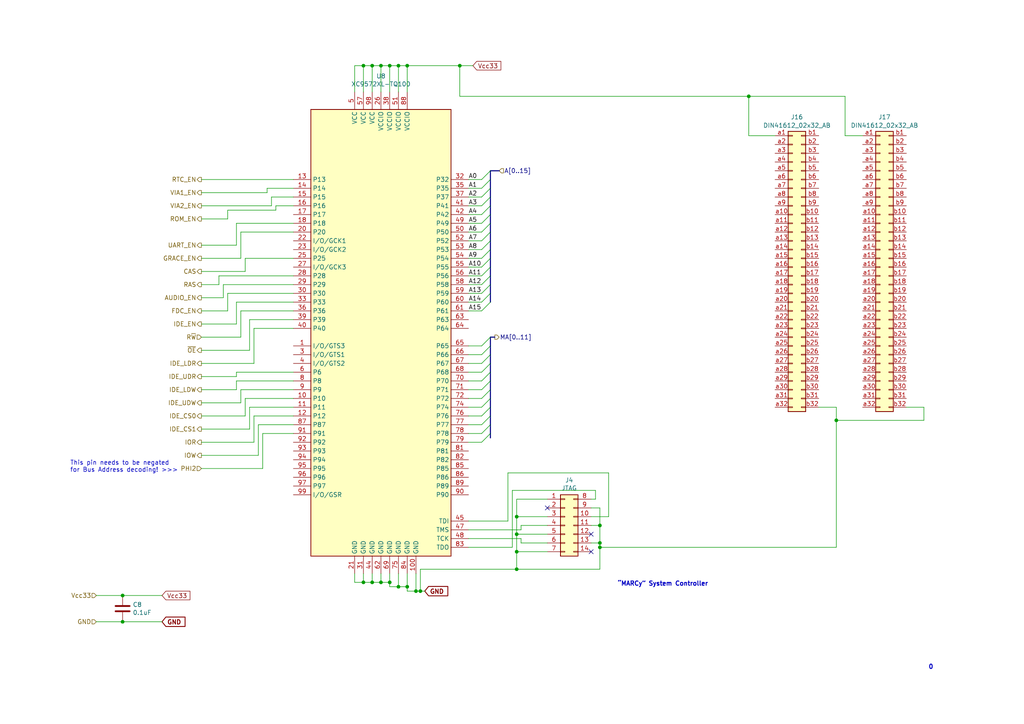
<source format=kicad_sch>
(kicad_sch (version 20231120) (generator "eeschema") (generator_version "8.0")
  (paper "A4")
  (lib_symbols
    (symbol "CPLD_Xilinx:XC9572XL-TQ100"
      (property "Reference" "U" (at -20.32 64.77 0))
      (property "Value" "XC9572XL-TQ100" (at -20.32 -67.31 0))
      (symbol "XC9572XL-TQ100_1_1"
        (rectangle (start -20.32 63.5) (end 20.32 -66.04) (stroke (width 0.254)) (fill (type background)))
        (pin bidirectional line (at -25.4 -5.08 0) (length 5.08) (name "I/O/GTS3") (number "1"))
        (pin bidirectional line (at -25.4 -20.32 0) (length 5.08) (name "P10") (number "10"))
        (pin power_in line (at 10.16 -71.12 90) (length 5.08) (name "GND") (number "100"))
        (pin bidirectional line (at -25.4 -22.86 0) (length 5.08) (name "P11") (number "11"))
        (pin bidirectional line (at -25.4 -25.4 0) (length 5.08) (name "P12") (number "12"))
        (pin bidirectional line (at -25.4 43.18 0) (length 5.08) (name "P13") (number "13"))
        (pin bidirectional line (at -25.4 40.64 0) (length 5.08) (name "P14") (number "14"))
        (pin bidirectional line (at -25.4 38.1 0) (length 5.08) (name "P15") (number "15"))
        (pin bidirectional line (at -25.4 35.56 0) (length 5.08) (name "P16") (number "16"))
        (pin bidirectional line (at -25.4 33.02 0) (length 5.08) (name "P17") (number "17"))
        (pin bidirectional line (at -25.4 30.48 0) (length 5.08) (name "P18") (number "18"))
        (pin no_connect line (at -20.32 55.88 0) (length 0) hide (name "NC") (number "19"))
        (pin no_connect line (at -20.32 60.96 0) (length 0) hide (name "NC") (number "2"))
        (pin bidirectional line (at -25.4 27.94 0) (length 5.08) (name "P20") (number "20"))
        (pin power_in line (at -7.62 -71.12 90) (length 5.08) (name "GND") (number "21"))
        (pin bidirectional line (at -25.4 25.4 0) (length 5.08) (name "I/O/GCK1") (number "22"))
        (pin bidirectional line (at -25.4 22.86 0) (length 5.08) (name "I/O/GCK2") (number "23"))
        (pin no_connect line (at -20.32 53.34 0) (length 0) hide (name "NC") (number "24"))
        (pin bidirectional line (at -25.4 20.32 0) (length 5.08) (name "P25") (number "25"))
        (pin power_in line (at 0 68.58 270) (length 5.08) (name "VCCIO") (number "26"))
        (pin bidirectional line (at -25.4 17.78 0) (length 5.08) (name "I/O/GCK3") (number "27"))
        (pin bidirectional line (at -25.4 15.24 0) (length 5.08) (name "P28") (number "28"))
        (pin bidirectional line (at -25.4 12.7 0) (length 5.08) (name "P29") (number "29"))
        (pin bidirectional line (at -25.4 -7.62 0) (length 5.08) (name "I/O/GTS1") (number "3"))
        (pin bidirectional line (at -25.4 10.16 0) (length 5.08) (name "P30") (number "30"))
        (pin power_in line (at -5.08 -71.12 90) (length 5.08) (name "GND") (number "31"))
        (pin bidirectional line (at 25.4 43.18 180) (length 5.08) (name "P32") (number "32"))
        (pin bidirectional line (at -25.4 7.62 0) (length 5.08) (name "P33") (number "33"))
        (pin no_connect line (at -20.32 50.8 0) (length 0) hide (name "NC") (number "34"))
        (pin bidirectional line (at 25.4 40.64 180) (length 5.08) (name "P35") (number "35"))
        (pin bidirectional line (at -25.4 5.08 0) (length 5.08) (name "P36") (number "36"))
        (pin bidirectional line (at 25.4 38.1 180) (length 5.08) (name "P37") (number "37"))
        (pin power_in line (at 2.54 68.58 270) (length 5.08) (name "VCCIO") (number "38"))
        (pin bidirectional line (at -25.4 2.54 0) (length 5.08) (name "P39") (number "39"))
        (pin bidirectional line (at -25.4 -10.16 0) (length 5.08) (name "I/O/GTS2") (number "4"))
        (pin bidirectional line (at -25.4 0 0) (length 5.08) (name "P40") (number "40"))
        (pin bidirectional line (at 25.4 35.56 180) (length 5.08) (name "P41") (number "41"))
        (pin bidirectional line (at 25.4 33.02 180) (length 5.08) (name "P42") (number "42"))
        (pin no_connect line (at -20.32 48.26 0) (length 0) hide (name "NC") (number "43"))
        (pin power_in line (at -2.54 -71.12 90) (length 5.08) (name "GND") (number "44"))
        (pin input line (at 25.4 -55.88 180) (length 5.08) (name "TDI") (number "45"))
        (pin no_connect line (at 20.32 60.96 180) (length 0) hide (name "NC") (number "46"))
        (pin input line (at 25.4 -58.42 180) (length 5.08) (name "TMS") (number "47"))
        (pin input line (at 25.4 -60.96 180) (length 5.08) (name "TCK") (number "48"))
        (pin bidirectional line (at 25.4 30.48 180) (length 5.08) (name "P49") (number "49"))
        (pin power_in line (at -7.62 68.58 270) (length 5.08) (name "VCC") (number "5"))
        (pin bidirectional line (at 25.4 27.94 180) (length 5.08) (name "P50") (number "50"))
        (pin power_in line (at 5.08 68.58 270) (length 5.08) (name "VCCIO") (number "51"))
        (pin bidirectional line (at 25.4 25.4 180) (length 5.08) (name "P52") (number "52"))
        (pin bidirectional line (at 25.4 22.86 180) (length 5.08) (name "P53") (number "53"))
        (pin bidirectional line (at 25.4 20.32 180) (length 5.08) (name "P54") (number "54"))
        (pin bidirectional line (at 25.4 17.78 180) (length 5.08) (name "P55") (number "55"))
        (pin bidirectional line (at 25.4 15.24 180) (length 5.08) (name "P56") (number "56"))
        (pin power_in line (at -5.08 68.58 270) (length 5.08) (name "VCC") (number "57"))
        (pin bidirectional line (at 25.4 12.7 180) (length 5.08) (name "P58") (number "58"))
        (pin bidirectional line (at 25.4 10.16 180) (length 5.08) (name "P59") (number "59"))
        (pin bidirectional line (at -25.4 -12.7 0) (length 5.08) (name "P6") (number "6"))
        (pin bidirectional line (at 25.4 7.62 180) (length 5.08) (name "P60") (number "60"))
        (pin bidirectional line (at 25.4 5.08 180) (length 5.08) (name "P61") (number "61"))
        (pin power_in line (at 0 -71.12 90) (length 5.08) (name "GND") (number "62"))
        (pin bidirectional line (at 25.4 2.54 180) (length 5.08) (name "P63") (number "63"))
        (pin bidirectional line (at 25.4 0 180) (length 5.08) (name "P64") (number "64"))
        (pin bidirectional line (at 25.4 -5.08 180) (length 5.08) (name "P65") (number "65"))
        (pin bidirectional line (at 25.4 -7.62 180) (length 5.08) (name "P66") (number "66"))
        (pin bidirectional line (at 25.4 -10.16 180) (length 5.08) (name "P67") (number "67"))
        (pin bidirectional line (at 25.4 -12.7 180) (length 5.08) (name "P68") (number "68"))
        (pin power_in line (at 2.54 -71.12 90) (length 5.08) (name "GND") (number "69"))
        (pin no_connect line (at -20.32 58.42 0) (length 0) hide (name "NC") (number "7"))
        (pin bidirectional line (at 25.4 -15.24 180) (length 5.08) (name "P70") (number "70"))
        (pin bidirectional line (at 25.4 -17.78 180) (length 5.08) (name "P71") (number "71"))
        (pin bidirectional line (at 25.4 -20.32 180) (length 5.08) (name "P72") (number "72"))
        (pin no_connect line (at 20.32 58.42 180) (length 0) hide (name "NC") (number "73"))
        (pin bidirectional line (at 25.4 -22.86 180) (length 5.08) (name "P74") (number "74"))
        (pin power_in line (at 5.08 -71.12 90) (length 5.08) (name "GND") (number "75"))
        (pin bidirectional line (at 25.4 -25.4 180) (length 5.08) (name "P76") (number "76"))
        (pin bidirectional line (at 25.4 -27.94 180) (length 5.08) (name "P77") (number "77"))
        (pin bidirectional line (at 25.4 -30.48 180) (length 5.08) (name "P78") (number "78"))
        (pin bidirectional line (at 25.4 -33.02 180) (length 5.08) (name "P79") (number "79"))
        (pin bidirectional line (at -25.4 -15.24 0) (length 5.08) (name "P8") (number "8"))
        (pin no_connect line (at 20.32 55.88 180) (length 0) hide (name "NC") (number "80"))
        (pin bidirectional line (at 25.4 -35.56 180) (length 5.08) (name "P81") (number "81"))
        (pin bidirectional line (at 25.4 -38.1 180) (length 5.08) (name "P82") (number "82"))
        (pin output line (at 25.4 -63.5 180) (length 5.08) (name "TDO") (number "83"))
        (pin power_in line (at 7.62 -71.12 90) (length 5.08) (name "GND") (number "84"))
        (pin bidirectional line (at 25.4 -40.64 180) (length 5.08) (name "P85") (number "85"))
        (pin bidirectional line (at 25.4 -43.18 180) (length 5.08) (name "P86") (number "86"))
        (pin bidirectional line (at -25.4 -27.94 0) (length 5.08) (name "P87") (number "87"))
        (pin power_in line (at 7.62 68.58 270) (length 5.08) (name "VCCIO") (number "88"))
        (pin bidirectional line (at 25.4 -45.72 180) (length 5.08) (name "P89") (number "89"))
        (pin bidirectional line (at -25.4 -17.78 0) (length 5.08) (name "P9") (number "9"))
        (pin bidirectional line (at 25.4 -48.26 180) (length 5.08) (name "P90") (number "90"))
        (pin bidirectional line (at -25.4 -30.48 0) (length 5.08) (name "P91") (number "91"))
        (pin bidirectional line (at -25.4 -33.02 0) (length 5.08) (name "P92") (number "92"))
        (pin bidirectional line (at -25.4 -35.56 0) (length 5.08) (name "P93") (number "93"))
        (pin bidirectional line (at -25.4 -38.1 0) (length 5.08) (name "P94") (number "94"))
        (pin bidirectional line (at -25.4 -40.64 0) (length 5.08) (name "P95") (number "95"))
        (pin bidirectional line (at -25.4 -43.18 0) (length 5.08) (name "P96") (number "96"))
        (pin bidirectional line (at -25.4 -45.72 0) (length 5.08) (name "P97") (number "97"))
        (pin power_in line (at -2.54 68.58 270) (length 5.08) (name "VCC") (number "98"))
        (pin bidirectional line (at -25.4 -48.26 0) (length 5.08) (name "I/O/GSR") (number "99"))
      )
    )
    (symbol "Connector:DIN41612_02x32_AB" (pin_names (offset 1.016) hide)
      (property "Reference" "J" (at 1.27 40.64 0))
      (property "Value" "DIN41612_02x32_AB" (at 1.27 -43.18 0))
      (symbol "DIN41612_02x32_AB_1_1"
        (rectangle (start -1.27 -40.513) (end 0 -40.767) (stroke (width 0.1524)))
        (rectangle (start -1.27 -37.973) (end 0 -38.227) (stroke (width 0.1524)))
        (rectangle (start -1.27 -35.433) (end 0 -35.687) (stroke (width 0.1524)))
        (rectangle (start -1.27 -32.893) (end 0 -33.147) (stroke (width 0.1524)))
        (rectangle (start -1.27 -30.353) (end 0 -30.607) (stroke (width 0.1524)))
        (rectangle (start -1.27 -27.813) (end 0 -28.067) (stroke (width 0.1524)))
        (rectangle (start -1.27 -25.273) (end 0 -25.527) (stroke (width 0.1524)))
        (rectangle (start -1.27 -22.733) (end 0 -22.987) (stroke (width 0.1524)))
        (rectangle (start -1.27 -20.193) (end 0 -20.447) (stroke (width 0.1524)))
        (rectangle (start -1.27 -17.653) (end 0 -17.907) (stroke (width 0.1524)))
        (rectangle (start -1.27 -15.113) (end 0 -15.367) (stroke (width 0.1524)))
        (rectangle (start -1.27 -12.573) (end 0 -12.827) (stroke (width 0.1524)))
        (rectangle (start -1.27 -10.033) (end 0 -10.287) (stroke (width 0.1524)))
        (rectangle (start -1.27 -7.493) (end 0 -7.747) (stroke (width 0.1524)))
        (rectangle (start -1.27 -4.953) (end 0 -5.207) (stroke (width 0.1524)))
        (rectangle (start -1.27 -2.413) (end 0 -2.667) (stroke (width 0.1524)))
        (rectangle (start -1.27 0.127) (end 0 -0.127) (stroke (width 0.1524)))
        (rectangle (start -1.27 2.667) (end 0 2.413) (stroke (width 0.1524)))
        (rectangle (start -1.27 5.207) (end 0 4.953) (stroke (width 0.1524)))
        (rectangle (start -1.27 7.747) (end 0 7.493) (stroke (width 0.1524)))
        (rectangle (start -1.27 10.287) (end 0 10.033) (stroke (width 0.1524)))
        (rectangle (start -1.27 12.827) (end 0 12.573) (stroke (width 0.1524)))
        (rectangle (start -1.27 15.367) (end 0 15.113) (stroke (width 0.1524)))
        (rectangle (start -1.27 17.907) (end 0 17.653) (stroke (width 0.1524)))
        (rectangle (start -1.27 20.447) (end 0 20.193) (stroke (width 0.1524)))
        (rectangle (start -1.27 22.987) (end 0 22.733) (stroke (width 0.1524)))
        (rectangle (start -1.27 25.527) (end 0 25.273) (stroke (width 0.1524)))
        (rectangle (start -1.27 28.067) (end 0 27.813) (stroke (width 0.1524)))
        (rectangle (start -1.27 30.607) (end 0 30.353) (stroke (width 0.1524)))
        (rectangle (start -1.27 33.147) (end 0 32.893) (stroke (width 0.1524)))
        (rectangle (start -1.27 35.687) (end 0 35.433) (stroke (width 0.1524)))
        (rectangle (start -1.27 38.227) (end 0 37.973) (stroke (width 0.1524)))
        (rectangle (start -1.27 39.37) (end 3.81 -41.91) (stroke (width 0.254)) (fill (type background)))
        (rectangle (start 3.81 -40.513) (end 2.54 -40.767) (stroke (width 0.1524)))
        (rectangle (start 3.81 -37.973) (end 2.54 -38.227) (stroke (width 0.1524)))
        (rectangle (start 3.81 -35.433) (end 2.54 -35.687) (stroke (width 0.1524)))
        (rectangle (start 3.81 -32.893) (end 2.54 -33.147) (stroke (width 0.1524)))
        (rectangle (start 3.81 -30.353) (end 2.54 -30.607) (stroke (width 0.1524)))
        (rectangle (start 3.81 -27.813) (end 2.54 -28.067) (stroke (width 0.1524)))
        (rectangle (start 3.81 -25.273) (end 2.54 -25.527) (stroke (width 0.1524)))
        (rectangle (start 3.81 -22.733) (end 2.54 -22.987) (stroke (width 0.1524)))
        (rectangle (start 3.81 -20.193) (end 2.54 -20.447) (stroke (width 0.1524)))
        (rectangle (start 3.81 -17.653) (end 2.54 -17.907) (stroke (width 0.1524)))
        (rectangle (start 3.81 -15.113) (end 2.54 -15.367) (stroke (width 0.1524)))
        (rectangle (start 3.81 -12.573) (end 2.54 -12.827) (stroke (width 0.1524)))
        (rectangle (start 3.81 -10.033) (end 2.54 -10.287) (stroke (width 0.1524)))
        (rectangle (start 3.81 -7.493) (end 2.54 -7.747) (stroke (width 0.1524)))
        (rectangle (start 3.81 -4.953) (end 2.54 -5.207) (stroke (width 0.1524)))
        (rectangle (start 3.81 -2.413) (end 2.54 -2.667) (stroke (width 0.1524)))
        (rectangle (start 3.81 0.127) (end 2.54 -0.127) (stroke (width 0.1524)))
        (rectangle (start 3.81 2.667) (end 2.54 2.413) (stroke (width 0.1524)))
        (rectangle (start 3.81 5.207) (end 2.54 4.953) (stroke (width 0.1524)))
        (rectangle (start 3.81 7.747) (end 2.54 7.493) (stroke (width 0.1524)))
        (rectangle (start 3.81 10.287) (end 2.54 10.033) (stroke (width 0.1524)))
        (rectangle (start 3.81 12.827) (end 2.54 12.573) (stroke (width 0.1524)))
        (rectangle (start 3.81 15.367) (end 2.54 15.113) (stroke (width 0.1524)))
        (rectangle (start 3.81 17.907) (end 2.54 17.653) (stroke (width 0.1524)))
        (rectangle (start 3.81 20.447) (end 2.54 20.193) (stroke (width 0.1524)))
        (rectangle (start 3.81 22.987) (end 2.54 22.733) (stroke (width 0.1524)))
        (rectangle (start 3.81 25.527) (end 2.54 25.273) (stroke (width 0.1524)))
        (rectangle (start 3.81 28.067) (end 2.54 27.813) (stroke (width 0.1524)))
        (rectangle (start 3.81 30.607) (end 2.54 30.353) (stroke (width 0.1524)))
        (rectangle (start 3.81 33.147) (end 2.54 32.893) (stroke (width 0.1524)))
        (rectangle (start 3.81 35.687) (end 2.54 35.433) (stroke (width 0.1524)))
        (rectangle (start 3.81 38.227) (end 2.54 37.973) (stroke (width 0.1524)))
        (pin passive line (at -5.08 38.1 0) (length 3.81) (name "Pin_a1") (number "a1"))
        (pin passive line (at -5.08 15.24 0) (length 3.81) (name "Pin_a10") (number "a10"))
        (pin passive line (at -5.08 12.7 0) (length 3.81) (name "Pin_a11") (number "a11"))
        (pin passive line (at -5.08 10.16 0) (length 3.81) (name "Pin_a12") (number "a12"))
        (pin passive line (at -5.08 7.62 0) (length 3.81) (name "Pin_a13") (number "a13"))
        (pin passive line (at -5.08 5.08 0) (length 3.81) (name "Pin_a14") (number "a14"))
        (pin passive line (at -5.08 2.54 0) (length 3.81) (name "Pin_a15") (number "a15"))
        (pin passive line (at -5.08 0 0) (length 3.81) (name "Pin_a16") (number "a16"))
        (pin passive line (at -5.08 -2.54 0) (length 3.81) (name "Pin_a17") (number "a17"))
        (pin passive line (at -5.08 -5.08 0) (length 3.81) (name "Pin_a18") (number "a18"))
        (pin passive line (at -5.08 -7.62 0) (length 3.81) (name "Pin_a19") (number "a19"))
        (pin passive line (at -5.08 35.56 0) (length 3.81) (name "Pin_a2") (number "a2"))
        (pin passive line (at -5.08 -10.16 0) (length 3.81) (name "Pin_a20") (number "a20"))
        (pin passive line (at -5.08 -12.7 0) (length 3.81) (name "Pin_a21") (number "a21"))
        (pin passive line (at -5.08 -15.24 0) (length 3.81) (name "Pin_a22") (number "a22"))
        (pin passive line (at -5.08 -17.78 0) (length 3.81) (name "Pin_a23") (number "a23"))
        (pin passive line (at -5.08 -20.32 0) (length 3.81) (name "Pin_a24") (number "a24"))
        (pin passive line (at -5.08 -22.86 0) (length 3.81) (name "Pin_a25") (number "a25"))
        (pin passive line (at -5.08 -25.4 0) (length 3.81) (name "Pin_a26") (number "a26"))
        (pin passive line (at -5.08 -27.94 0) (length 3.81) (name "Pin_a27") (number "a27"))
        (pin passive line (at -5.08 -30.48 0) (length 3.81) (name "Pin_a28") (number "a28"))
        (pin passive line (at -5.08 -33.02 0) (length 3.81) (name "Pin_a29") (number "a29"))
        (pin passive line (at -5.08 33.02 0) (length 3.81) (name "Pin_a3") (number "a3"))
        (pin passive line (at -5.08 -35.56 0) (length 3.81) (name "Pin_a30") (number "a30"))
        (pin passive line (at -5.08 -38.1 0) (length 3.81) (name "Pin_a31") (number "a31"))
        (pin passive line (at -5.08 -40.64 0) (length 3.81) (name "Pin_a32") (number "a32"))
        (pin passive line (at -5.08 30.48 0) (length 3.81) (name "Pin_a4") (number "a4"))
        (pin passive line (at -5.08 27.94 0) (length 3.81) (name "Pin_a5") (number "a5"))
        (pin passive line (at -5.08 25.4 0) (length 3.81) (name "Pin_a6") (number "a6"))
        (pin passive line (at -5.08 22.86 0) (length 3.81) (name "Pin_a7") (number "a7"))
        (pin passive line (at -5.08 20.32 0) (length 3.81) (name "Pin_a8") (number "a8"))
        (pin passive line (at -5.08 17.78 0) (length 3.81) (name "Pin_a9") (number "a9"))
        (pin passive line (at 7.62 38.1 180) (length 3.81) (name "Pin_b1") (number "b1"))
        (pin passive line (at 7.62 15.24 180) (length 3.81) (name "Pin_b10") (number "b10"))
        (pin passive line (at 7.62 12.7 180) (length 3.81) (name "Pin_b11") (number "b11"))
        (pin passive line (at 7.62 10.16 180) (length 3.81) (name "Pin_b12") (number "b12"))
        (pin passive line (at 7.62 7.62 180) (length 3.81) (name "Pin_b13") (number "b13"))
        (pin passive line (at 7.62 5.08 180) (length 3.81) (name "Pin_b14") (number "b14"))
        (pin passive line (at 7.62 2.54 180) (length 3.81) (name "Pin_b15") (number "b15"))
        (pin passive line (at 7.62 0 180) (length 3.81) (name "Pin_b16") (number "b16"))
        (pin passive line (at 7.62 -2.54 180) (length 3.81) (name "Pin_b17") (number "b17"))
        (pin passive line (at 7.62 -5.08 180) (length 3.81) (name "Pin_b18") (number "b18"))
        (pin passive line (at 7.62 -7.62 180) (length 3.81) (name "Pin_b19") (number "b19"))
        (pin passive line (at 7.62 35.56 180) (length 3.81) (name "Pin_b2") (number "b2"))
        (pin passive line (at 7.62 -10.16 180) (length 3.81) (name "Pin_b20") (number "b20"))
        (pin passive line (at 7.62 -12.7 180) (length 3.81) (name "Pin_b21") (number "b21"))
        (pin passive line (at 7.62 -15.24 180) (length 3.81) (name "Pin_b22") (number "b22"))
        (pin passive line (at 7.62 -17.78 180) (length 3.81) (name "Pin_b23") (number "b23"))
        (pin passive line (at 7.62 -20.32 180) (length 3.81) (name "Pin_b24") (number "b24"))
        (pin passive line (at 7.62 -22.86 180) (length 3.81) (name "Pin_b25") (number "b25"))
        (pin passive line (at 7.62 -25.4 180) (length 3.81) (name "Pin_b26") (number "b26"))
        (pin passive line (at 7.62 -27.94 180) (length 3.81) (name "Pin_b27") (number "b27"))
        (pin passive line (at 7.62 -30.48 180) (length 3.81) (name "Pin_b28") (number "b28"))
        (pin passive line (at 7.62 -33.02 180) (length 3.81) (name "Pin_b29") (number "b29"))
        (pin passive line (at 7.62 33.02 180) (length 3.81) (name "Pin_b3") (number "b3"))
        (pin passive line (at 7.62 -35.56 180) (length 3.81) (name "Pin_b30") (number "b30"))
        (pin passive line (at 7.62 -38.1 180) (length 3.81) (name "Pin_b31") (number "b31"))
        (pin passive line (at 7.62 -40.64 180) (length 3.81) (name "Pin_b32") (number "b32"))
        (pin passive line (at 7.62 30.48 180) (length 3.81) (name "Pin_b4") (number "b4"))
        (pin passive line (at 7.62 27.94 180) (length 3.81) (name "Pin_b5") (number "b5"))
        (pin passive line (at 7.62 25.4 180) (length 3.81) (name "Pin_b6") (number "b6"))
        (pin passive line (at 7.62 22.86 180) (length 3.81) (name "Pin_b7") (number "b7"))
        (pin passive line (at 7.62 20.32 180) (length 3.81) (name "Pin_b8") (number "b8"))
        (pin passive line (at 7.62 17.78 180) (length 3.81) (name "Pin_b9") (number "b9"))
      )
    )
    (symbol "Connector_Generic:Conn_02x07_Top_Bottom" (pin_names (offset 1.016) hide)
      (property "Reference" "J" (at 1.27 10.16 0))
      (property "Value" "Conn_02x07_Top_Bottom" (at 1.27 -10.16 0))
      (symbol "Conn_02x07_Top_Bottom_1_1"
        (rectangle (start -1.27 -7.493) (end 0 -7.747) (stroke (width 0.1524)))
        (rectangle (start -1.27 -4.953) (end 0 -5.207) (stroke (width 0.1524)))
        (rectangle (start -1.27 -2.413) (end 0 -2.667) (stroke (width 0.1524)))
        (rectangle (start -1.27 0.127) (end 0 -0.127) (stroke (width 0.1524)))
        (rectangle (start -1.27 2.667) (end 0 2.413) (stroke (width 0.1524)))
        (rectangle (start -1.27 5.207) (end 0 4.953) (stroke (width 0.1524)))
        (rectangle (start -1.27 7.747) (end 0 7.493) (stroke (width 0.1524)))
        (rectangle (start -1.27 8.89) (end 3.81 -8.89) (stroke (width 0.254)) (fill (type background)))
        (rectangle (start 3.81 -7.493) (end 2.54 -7.747) (stroke (width 0.1524)))
        (rectangle (start 3.81 -4.953) (end 2.54 -5.207) (stroke (width 0.1524)))
        (rectangle (start 3.81 -2.413) (end 2.54 -2.667) (stroke (width 0.1524)))
        (rectangle (start 3.81 0.127) (end 2.54 -0.127) (stroke (width 0.1524)))
        (rectangle (start 3.81 2.667) (end 2.54 2.413) (stroke (width 0.1524)))
        (rectangle (start 3.81 5.207) (end 2.54 4.953) (stroke (width 0.1524)))
        (rectangle (start 3.81 7.747) (end 2.54 7.493) (stroke (width 0.1524)))
        (pin passive line (at -5.08 7.62 0) (length 3.81) (name "Pin_1") (number "1"))
        (pin passive line (at 7.62 2.54 180) (length 3.81) (name "Pin_10") (number "10"))
        (pin passive line (at 7.62 0 180) (length 3.81) (name "Pin_11") (number "11"))
        (pin passive line (at 7.62 -2.54 180) (length 3.81) (name "Pin_12") (number "12"))
        (pin passive line (at 7.62 -5.08 180) (length 3.81) (name "Pin_13") (number "13"))
        (pin passive line (at 7.62 -7.62 180) (length 3.81) (name "Pin_14") (number "14"))
        (pin passive line (at -5.08 5.08 0) (length 3.81) (name "Pin_2") (number "2"))
        (pin passive line (at -5.08 2.54 0) (length 3.81) (name "Pin_3") (number "3"))
        (pin passive line (at -5.08 0 0) (length 3.81) (name "Pin_4") (number "4"))
        (pin passive line (at -5.08 -2.54 0) (length 3.81) (name "Pin_5") (number "5"))
        (pin passive line (at -5.08 -5.08 0) (length 3.81) (name "Pin_6") (number "6"))
        (pin passive line (at -5.08 -7.62 0) (length 3.81) (name "Pin_7") (number "7"))
        (pin passive line (at 7.62 7.62 180) (length 3.81) (name "Pin_8") (number "8"))
        (pin passive line (at 7.62 5.08 180) (length 3.81) (name "Pin_9") (number "9"))
      )
    )
    (symbol "Device:C" (pin_numbers hide) (pin_names (offset 0.254))
      (property "Reference" "C" (at 0.635 2.54 0))
      (property "Value" "C" (at 0.635 -2.54 0))
      (symbol "C_0_1"
        (polyline (pts (xy -2.032 -0.762) (xy 2.032 -0.762)) (stroke (width 0.508)))
        (polyline (pts (xy -2.032 0.762) (xy 2.032 0.762)) (stroke (width 0.508)))
      )
      (symbol "C_1_1"
        (pin passive line (at 0 3.81 270) (length 2.794) (name "~") (number "1"))
        (pin passive line (at 0 -3.81 90) (length 2.794) (name "~") (number "2"))
      )
    )
  )
  (junction (at 149.86 149.86))
  (junction (at 113.03 168.91))
  (junction (at 115.57 170.18))
  (junction (at 113.03 19.05))
  (junction (at 107.95 19.05))
  (junction (at 110.49 168.91))
  (junction (at 110.49 19.05))
  (junction (at 115.57 19.05))
  (junction (at 133.35 19.05))
  (junction (at 173.99 152.4))
  (junction (at 118.11 19.05))
  (junction (at 217.17 27.94))
  (junction (at 149.86 160.02))
  (junction (at 173.99 157.48))
  (junction (at 149.86 154.94))
  (junction (at 118.11 170.18))
  (junction (at 120.65 171.45))
  (junction (at 35.56 172.72))
  (junction (at 121.92 171.45))
  (junction (at 149.86 165.1))
  (junction (at 35.56 180.34))
  (junction (at 105.41 19.05))
  (junction (at 107.95 168.91))
  (junction (at 242.57 121.92))
  (junction (at 105.41 168.91))
  (junction (at 173.99 158.75))
  (no_connect (at 158.75 147.32))
  (no_connect (at 171.45 160.02))
  (no_connect (at 171.45 154.94))
  (bus_entry (at 139.7 82.55) (size 2.54 -2.54))
  (bus_entry (at 139.7 107.95) (size 2.54 -2.54))
  (bus_entry (at 139.7 128.27) (size 2.54 -2.54))
  (bus_entry (at 139.7 123.19) (size 2.54 -2.54))
  (bus_entry (at 139.7 52.07) (size 2.54 -2.54))
  (bus_entry (at 139.7 72.39) (size 2.54 -2.54))
  (bus_entry (at 139.7 115.57) (size 2.54 -2.54))
  (bus_entry (at 139.7 64.77) (size 2.54 -2.54))
  (bus_entry (at 139.7 57.15) (size 2.54 -2.54))
  (bus_entry (at 139.7 54.61) (size 2.54 -2.54))
  (bus_entry (at 139.7 59.69) (size 2.54 -2.54))
  (bus_entry (at 139.7 80.01) (size 2.54 -2.54))
  (bus_entry (at 139.7 67.31) (size 2.54 -2.54))
  (bus_entry (at 139.7 87.63) (size 2.54 -2.54))
  (bus_entry (at 139.7 125.73) (size 2.54 -2.54))
  (bus_entry (at 139.7 62.23) (size 2.54 -2.54))
  (bus_entry (at 139.7 69.85) (size 2.54 -2.54))
  (bus_entry (at 139.7 110.49) (size 2.54 -2.54))
  (bus_entry (at 139.7 100.33) (size 2.54 -2.54))
  (bus_entry (at 139.7 74.93) (size 2.54 -2.54))
  (bus_entry (at 139.7 102.87) (size 2.54 -2.54))
  (bus_entry (at 139.7 113.03) (size 2.54 -2.54))
  (bus_entry (at 139.7 118.11) (size 2.54 -2.54))
  (bus_entry (at 139.7 90.17) (size 2.54 -2.54))
  (bus_entry (at 139.7 120.65) (size 2.54 -2.54))
  (bus_entry (at 139.7 77.47) (size 2.54 -2.54))
  (bus_entry (at 139.7 85.09) (size 2.54 -2.54))
  (bus_entry (at 139.7 105.41) (size 2.54 -2.54))
  (wire (pts (xy 105.41 19.05) (xy 105.41 26.67)))
  (bus (pts (xy 142.24 64.77) (xy 142.24 67.31)))
  (wire (pts (xy 58.42 113.03) (xy 68.58 113.03)))
  (wire (pts (xy 135.89 57.15) (xy 139.7 57.15)))
  (bus (pts (xy 142.24 52.07) (xy 142.24 54.61)))
  (wire (pts (xy 172.72 142.24) (xy 148.59 142.24)))
  (wire (pts (xy 135.89 72.39) (xy 139.7 72.39)))
  (wire (pts (xy 58.42 78.74) (xy 71.12 78.74)))
  (wire (pts (xy 135.89 105.41) (xy 139.7 105.41)))
  (wire (pts (xy 133.35 19.05) (xy 133.35 27.94)))
  (wire (pts (xy 66.04 63.5) (xy 66.04 60.96)))
  (wire (pts (xy 85.09 107.95) (xy 68.58 107.95)))
  (wire (pts (xy 135.89 128.27) (xy 139.7 128.27)))
  (wire (pts (xy 113.03 19.05) (xy 110.49 19.05)))
  (wire (pts (xy 118.11 170.18) (xy 115.57 170.18)))
  (wire (pts (xy 135.89 90.17) (xy 139.7 90.17)))
  (wire (pts (xy 171.45 144.78) (xy 172.72 144.78)))
  (wire (pts (xy 102.87 168.91) (xy 102.87 166.37)))
  (wire (pts (xy 58.42 82.55) (xy 63.5 82.55)))
  (wire (pts (xy 158.75 149.86) (xy 149.86 149.86)))
  (bus (pts (xy 142.24 77.47) (xy 142.24 80.01)))
  (wire (pts (xy 135.89 107.95) (xy 139.7 107.95)))
  (wire (pts (xy 149.86 160.02) (xy 149.86 165.1)))
  (wire (pts (xy 85.09 74.93) (xy 71.12 74.93)))
  (wire (pts (xy 58.42 124.46) (xy 72.39 124.46)))
  (wire (pts (xy 80.01 59.69) (xy 80.01 60.96)))
  (wire (pts (xy 27.94 180.34) (xy 35.56 180.34)))
  (wire (pts (xy 64.77 82.55) (xy 64.77 86.36)))
  (bus (pts (xy 142.24 100.33) (xy 142.24 102.87)))
  (wire (pts (xy 135.89 125.73) (xy 139.7 125.73)))
  (bus (pts (xy 142.24 85.09) (xy 142.24 87.63)))
  (wire (pts (xy 115.57 170.18) (xy 115.57 166.37)))
  (wire (pts (xy 118.11 19.05) (xy 133.35 19.05)))
  (wire (pts (xy 149.86 144.78) (xy 149.86 149.86)))
  (wire (pts (xy 72.39 118.11) (xy 85.09 118.11)))
  (bus (pts (xy 142.24 67.31) (xy 142.24 69.85)))
  (wire (pts (xy 120.65 171.45) (xy 120.65 166.37)))
  (wire (pts (xy 158.75 144.78) (xy 149.86 144.78)))
  (wire (pts (xy 217.17 27.94) (xy 217.17 39.37)))
  (bus (pts (xy 142.24 115.57) (xy 142.24 118.11)))
  (wire (pts (xy 115.57 19.05) (xy 115.57 26.67)))
  (wire (pts (xy 113.03 168.91) (xy 113.03 166.37)))
  (wire (pts (xy 58.42 90.17) (xy 66.04 90.17)))
  (wire (pts (xy 135.89 80.01) (xy 139.7 80.01)))
  (wire (pts (xy 58.42 120.65) (xy 71.12 120.65)))
  (wire (pts (xy 151.13 152.4) (xy 151.13 153.67)))
  (bus (pts (xy 142.24 120.65) (xy 142.24 123.19)))
  (wire (pts (xy 102.87 19.05) (xy 102.87 26.67)))
  (wire (pts (xy 69.85 67.31) (xy 85.09 67.31)))
  (wire (pts (xy 133.35 19.05) (xy 137.16 19.05)))
  (wire (pts (xy 171.45 147.32) (xy 173.99 147.32)))
  (bus (pts (xy 142.24 102.87) (xy 142.24 105.41)))
  (wire (pts (xy 107.95 19.05) (xy 105.41 19.05)))
  (wire (pts (xy 74.93 123.19) (xy 74.93 132.08)))
  (wire (pts (xy 135.89 82.55) (xy 139.7 82.55)))
  (bus (pts (xy 142.24 54.61) (xy 142.24 57.15)))
  (wire (pts (xy 172.72 144.78) (xy 172.72 142.24)))
  (wire (pts (xy 69.85 67.31) (xy 69.85 74.93)))
  (wire (pts (xy 71.12 115.57) (xy 71.12 120.65)))
  (wire (pts (xy 135.89 59.69) (xy 139.7 59.69)))
  (wire (pts (xy 135.89 115.57) (xy 139.7 115.57)))
  (wire (pts (xy 242.57 118.11) (xy 237.49 118.11)))
  (wire (pts (xy 135.89 67.31) (xy 139.7 67.31)))
  (wire (pts (xy 85.09 125.73) (xy 76.2 125.73)))
  (wire (pts (xy 69.85 90.17) (xy 85.09 90.17)))
  (wire (pts (xy 68.58 110.49) (xy 68.58 113.03)))
  (wire (pts (xy 105.41 19.05) (xy 102.87 19.05)))
  (wire (pts (xy 158.75 152.4) (xy 151.13 152.4)))
  (bus (pts (xy 142.24 113.03) (xy 142.24 115.57)))
  (bus (pts (xy 142.24 57.15) (xy 142.24 59.69)))
  (wire (pts (xy 173.99 147.32) (xy 173.99 152.4)))
  (wire (pts (xy 158.75 154.94) (xy 149.86 154.94)))
  (wire (pts (xy 58.42 105.41) (xy 73.66 105.41)))
  (wire (pts (xy 147.32 151.13) (xy 147.32 137.16)))
  (wire (pts (xy 85.09 120.65) (xy 73.66 120.65)))
  (bus (pts (xy 142.24 105.41) (xy 142.24 107.95)))
  (wire (pts (xy 173.99 152.4) (xy 173.99 157.48)))
  (wire (pts (xy 120.65 171.45) (xy 118.11 171.45)))
  (wire (pts (xy 58.42 52.07) (xy 85.09 52.07)))
  (wire (pts (xy 121.92 171.45) (xy 120.65 171.45)))
  (bus (pts (xy 142.24 97.79) (xy 142.24 100.33)))
  (bus (pts (xy 142.24 82.55) (xy 142.24 85.09)))
  (wire (pts (xy 148.59 158.75) (xy 135.89 158.75)))
  (wire (pts (xy 76.2 135.89) (xy 58.42 135.89)))
  (wire (pts (xy 68.58 64.77) (xy 85.09 64.77)))
  (wire (pts (xy 135.89 151.13) (xy 147.32 151.13)))
  (wire (pts (xy 135.89 123.19) (xy 139.7 123.19)))
  (wire (pts (xy 72.39 101.6) (xy 58.42 101.6)))
  (wire (pts (xy 242.57 121.92) (xy 242.57 118.11)))
  (wire (pts (xy 85.09 95.25) (xy 73.66 95.25)))
  (wire (pts (xy 85.09 54.61) (xy 77.47 54.61)))
  (wire (pts (xy 250.19 39.37) (xy 245.11 39.37)))
  (wire (pts (xy 121.92 165.1) (xy 121.92 171.45)))
  (wire (pts (xy 149.86 165.1) (xy 121.92 165.1)))
  (wire (pts (xy 85.09 82.55) (xy 64.77 82.55)))
  (wire (pts (xy 85.09 80.01) (xy 63.5 80.01)))
  (wire (pts (xy 173.99 157.48) (xy 173.99 158.75)))
  (wire (pts (xy 63.5 80.01) (xy 63.5 82.55)))
  (wire (pts (xy 173.99 158.75) (xy 242.57 158.75)))
  (wire (pts (xy 267.97 121.92) (xy 267.97 118.11)))
  (bus (pts (xy 142.24 74.93) (xy 142.24 77.47)))
  (wire (pts (xy 135.89 100.33) (xy 139.7 100.33)))
  (wire (pts (xy 176.53 149.86) (xy 176.53 137.16)))
  (wire (pts (xy 69.85 97.79) (xy 58.42 97.79)))
  (bus (pts (xy 142.24 62.23) (xy 142.24 64.77)))
  (wire (pts (xy 118.11 170.18) (xy 118.11 166.37)))
  (wire (pts (xy 68.58 87.63) (xy 68.58 93.98)))
  (wire (pts (xy 151.13 153.67) (xy 135.89 153.67)))
  (wire (pts (xy 68.58 93.98) (xy 58.42 93.98)))
  (wire (pts (xy 85.09 59.69) (xy 80.01 59.69)))
  (wire (pts (xy 58.42 59.69) (xy 78.74 59.69)))
  (wire (pts (xy 171.45 149.86) (xy 176.53 149.86)))
  (wire (pts (xy 118.11 171.45) (xy 118.11 170.18)))
  (wire (pts (xy 135.89 64.77) (xy 139.7 64.77)))
  (wire (pts (xy 71.12 115.57) (xy 85.09 115.57)))
  (wire (pts (xy 176.53 137.16) (xy 147.32 137.16)))
  (wire (pts (xy 115.57 170.18) (xy 113.03 170.18)))
  (wire (pts (xy 135.89 118.11) (xy 139.7 118.11)))
  (wire (pts (xy 68.58 87.63) (xy 85.09 87.63)))
  (wire (pts (xy 66.04 85.09) (xy 66.04 90.17)))
  (wire (pts (xy 107.95 168.91) (xy 105.41 168.91)))
  (wire (pts (xy 118.11 19.05) (xy 118.11 26.67)))
  (bus (pts (xy 142.24 49.53) (xy 142.24 52.07)))
  (wire (pts (xy 135.89 113.03) (xy 139.7 113.03)))
  (wire (pts (xy 135.89 77.47) (xy 139.7 77.47)))
  (wire (pts (xy 245.11 39.37) (xy 245.11 27.94)))
  (wire (pts (xy 105.41 168.91) (xy 105.41 166.37)))
  (bus (pts (xy 142.24 59.69) (xy 142.24 62.23)))
  (wire (pts (xy 35.56 172.72) (xy 46.99 172.72)))
  (wire (pts (xy 110.49 168.91) (xy 110.49 166.37)))
  (wire (pts (xy 78.74 57.15) (xy 78.74 59.69)))
  (wire (pts (xy 58.42 55.88) (xy 77.47 55.88)))
  (wire (pts (xy 135.89 62.23) (xy 139.7 62.23)))
  (wire (pts (xy 77.47 54.61) (xy 77.47 55.88)))
  (wire (pts (xy 242.57 158.75) (xy 242.57 121.92)))
  (wire (pts (xy 171.45 152.4) (xy 173.99 152.4)))
  (wire (pts (xy 135.89 74.93) (xy 139.7 74.93)))
  (wire (pts (xy 68.58 107.95) (xy 68.58 109.22)))
  (wire (pts (xy 107.95 19.05) (xy 107.95 26.67)))
  (wire (pts (xy 110.49 19.05) (xy 107.95 19.05)))
  (bus (pts (xy 142.24 80.01) (xy 142.24 82.55)))
  (wire (pts (xy 242.57 121.92) (xy 267.97 121.92)))
  (bus (pts (xy 142.24 72.39) (xy 142.24 74.93)))
  (wire (pts (xy 85.09 113.03) (xy 69.85 113.03)))
  (wire (pts (xy 151.13 156.21) (xy 135.89 156.21)))
  (wire (pts (xy 171.45 157.48) (xy 173.99 157.48)))
  (wire (pts (xy 73.66 120.65) (xy 73.66 128.27)))
  (wire (pts (xy 105.41 168.91) (xy 102.87 168.91)))
  (wire (pts (xy 58.42 109.22) (xy 68.58 109.22)))
  (wire (pts (xy 158.75 157.48) (xy 151.13 157.48)))
  (bus (pts (xy 142.24 49.53) (xy 144.78 49.53)))
  (wire (pts (xy 85.09 110.49) (xy 68.58 110.49)))
  (wire (pts (xy 118.11 19.05) (xy 115.57 19.05)))
  (wire (pts (xy 58.42 132.08) (xy 74.93 132.08)))
  (wire (pts (xy 133.35 27.94) (xy 217.17 27.94)))
  (wire (pts (xy 85.09 57.15) (xy 78.74 57.15)))
  (wire (pts (xy 115.57 19.05) (xy 113.03 19.05)))
  (bus (pts (xy 142.24 97.79) (xy 143.51 97.79)))
  (wire (pts (xy 85.09 123.19) (xy 74.93 123.19)))
  (wire (pts (xy 135.89 87.63) (xy 139.7 87.63)))
  (wire (pts (xy 110.49 19.05) (xy 110.49 26.67)))
  (wire (pts (xy 123.19 171.45) (xy 121.92 171.45)))
  (wire (pts (xy 173.99 165.1) (xy 149.86 165.1)))
  (wire (pts (xy 135.89 69.85) (xy 139.7 69.85)))
  (wire (pts (xy 245.11 27.94) (xy 217.17 27.94)))
  (bus (pts (xy 142.24 110.49) (xy 142.24 113.03)))
  (wire (pts (xy 85.09 92.71) (xy 72.39 92.71)))
  (wire (pts (xy 107.95 168.91) (xy 107.95 166.37)))
  (bus (pts (xy 142.24 118.11) (xy 142.24 120.65)))
  (wire (pts (xy 72.39 118.11) (xy 72.39 124.46)))
  (wire (pts (xy 149.86 149.86) (xy 149.86 154.94)))
  (wire (pts (xy 173.99 158.75) (xy 173.99 165.1)))
  (wire (pts (xy 72.39 92.71) (xy 72.39 101.6)))
  (wire (pts (xy 135.89 54.61) (xy 139.7 54.61)))
  (wire (pts (xy 113.03 170.18) (xy 113.03 168.91)))
  (wire (pts (xy 58.42 71.12) (xy 68.58 71.12)))
  (wire (pts (xy 267.97 118.11) (xy 262.89 118.11)))
  (wire (pts (xy 68.58 64.77) (xy 68.58 71.12)))
  (wire (pts (xy 69.85 113.03) (xy 69.85 116.84)))
  (wire (pts (xy 27.94 172.72) (xy 35.56 172.72)))
  (wire (pts (xy 149.86 154.94) (xy 149.86 160.02)))
  (wire (pts (xy 148.59 142.24) (xy 148.59 158.75)))
  (wire (pts (xy 135.89 120.65) (xy 139.7 120.65)))
  (wire (pts (xy 217.17 39.37) (xy 224.79 39.37)))
  (wire (pts (xy 135.89 52.07) (xy 139.7 52.07)))
  (bus (pts (xy 142.24 125.73) (xy 142.24 127)))
  (wire (pts (xy 135.89 102.87) (xy 139.7 102.87)))
  (wire (pts (xy 151.13 157.48) (xy 151.13 156.21)))
  (wire (pts (xy 58.42 63.5) (xy 66.04 63.5)))
  (wire (pts (xy 69.85 90.17) (xy 69.85 97.79)))
  (wire (pts (xy 135.89 110.49) (xy 139.7 110.49)))
  (wire (pts (xy 58.42 74.93) (xy 69.85 74.93)))
  (wire (pts (xy 58.42 116.84) (xy 69.85 116.84)))
  (bus (pts (xy 142.24 123.19) (xy 142.24 125.73)))
  (wire (pts (xy 113.03 19.05) (xy 113.03 26.67)))
  (wire (pts (xy 158.75 160.02) (xy 149.86 160.02)))
  (wire (pts (xy 85.09 85.09) (xy 66.04 85.09)))
  (wire (pts (xy 71.12 74.93) (xy 71.12 78.74)))
  (wire (pts (xy 58.42 86.36) (xy 64.77 86.36)))
  (wire (pts (xy 73.66 95.25) (xy 73.66 105.41)))
  (wire (pts (xy 135.89 85.09) (xy 139.7 85.09)))
  (wire (pts (xy 110.49 168.91) (xy 107.95 168.91)))
  (wire (pts (xy 113.03 168.91) (xy 110.49 168.91)))
  (wire (pts (xy 76.2 125.73) (xy 76.2 135.89)))
  (wire (pts (xy 66.04 60.96) (xy 80.01 60.96)))
  (bus (pts (xy 142.24 107.95) (xy 142.24 110.49)))
  (wire (pts (xy 58.42 128.27) (xy 73.66 128.27)))
  (bus (pts (xy 142.24 69.85) (xy 142.24 72.39)))
  (wire (pts (xy 35.56 180.34) (xy 46.99 180.34)))
  (text "This pin needs to be negated\nfor Bus Address decoding! >>>" (at 20.32 137.16 0) (effects (font (size 1.27 1.27)) (justify left bottom)))
  (text "“MARCy” System Controller" (at 179.07 170.18 0) (effects (font (size 1.27 1.27) (thickness 0.254) (bold yes)) (justify left bottom)))
  (text "0" (at 269.24 194.31 0) (effects (font (size 1.27 1.27) (thickness 0.254) (bold yes)) (justify left bottom)))
  (label "A9" (at 135.89 74.93 0))
  (label "A6" (at 135.89 67.31 0))
  (label "A14" (at 135.89 87.63 0))
  (label "A13" (at 135.89 85.09 0))
  (label "A1" (at 135.89 54.61 0))
  (label "A3" (at 135.89 59.69 0))
  (label "A0" (at 135.89 52.07 0))
  (label "A11" (at 135.89 80.01 0))
  (label "A5" (at 135.89 64.77 0))
  (label "A7" (at 135.89 69.85 0))
  (label "A4" (at 135.89 62.23 0))
  (label "A2" (at 135.89 57.15 0))
  (label "A8" (at 135.89 72.39 0))
  (label "A15" (at 135.89 90.17 0))
  (label "A12" (at 135.89 82.55 0))
  (label "A10" (at 135.89 77.47 0))
  (global_label "Vcc33" (shape input) (at 137.16 19.05 0) (property "Intersheetrefs" "${INTERSHEET_REFS}" (effects (hide yes))))
  (global_label "GND" (shape input) (at 46.99 180.34 0) (effects (font (thickness 0.254) (bold yes))) (property "Intersheetrefs" "${INTERSHEET_REFS}" (effects (hide yes))))
  (global_label "GND" (shape input) (at 123.19 171.45 0) (effects (font (thickness 0.254) (bold yes))) (property "Intersheetrefs" "${INTERSHEET_REFS}" (effects (hide yes))))
  (global_label "Vcc33" (shape input) (at 46.99 172.72 0) (property "Intersheetrefs" "${INTERSHEET_REFS}" (effects (hide yes))))
  (hierarchical_label "AUDIO_EN" (shape output) (at 58.42 86.36 180))
  (hierarchical_label "IDE_CS1" (shape output) (at 58.42 124.46 180))
  (hierarchical_label "GRACE_EN" (shape output) (at 58.42 74.93 180))
  (hierarchical_label "GND" (shape input) (at 27.94 180.34 180))
  (hierarchical_label "~{OE}" (shape output) (at 58.42 101.6 180))
  (hierarchical_label "PHI2" (shape input) (at 58.42 135.89 180))
  (hierarchical_label "RAS" (shape output) (at 58.42 82.55 180))
  (hierarchical_label "Vcc33" (shape input) (at 27.94 172.72 180))
  (hierarchical_label "IDE_CS0" (shape output) (at 58.42 120.65 180))
  (hierarchical_label "UART_EN" (shape output) (at 58.42 71.12 180))
  (hierarchical_label "IOW" (shape output) (at 58.42 132.08 180))
  (hierarchical_label "IDE_LDR" (shape output) (at 58.42 105.41 180))
  (hierarchical_label "IOR" (shape output) (at 58.42 128.27 180))
  (hierarchical_label "FDC_EN" (shape output) (at 58.42 90.17 180))
  (hierarchical_label "ROM_EN" (shape output) (at 58.42 63.5 180))
  (hierarchical_label "IDE_EN" (shape output) (at 58.42 93.98 180))
  (hierarchical_label "CAS" (shape output) (at 58.42 78.74 180))
  (hierarchical_label "IDE_LDW" (shape output) (at 58.42 113.03 180))
  (hierarchical_label "IDE_UDW" (shape output) (at 58.42 116.84 180))
  (hierarchical_label "VIA2_EN" (shape output) (at 58.42 59.69 180))
  (hierarchical_label "VIA1_EN" (shape output) (at 58.42 55.88 180))
  (hierarchical_label "RTC_EN" (shape output) (at 58.42 52.07 180))
  (hierarchical_label "R~{W}" (shape input) (at 58.42 97.79 180))
  (hierarchical_label "A[0..15]" (shape input) (at 144.78 49.53 0))
  (hierarchical_label "IDE_UDR" (shape output) (at 58.42 109.22 180))
  (hierarchical_label "MA[0..11]" (shape output) (at 143.51 97.79 0))
  (symbol (lib_id "CPLD_Xilinx:XC9572XL-TQ100") (at 110.49 95.25 0) (unit 1)
    (property "Reference" "U8" (at 110.49 22.0726 0))
    (property "Value" "XC9572XL-TQ100" (at 110.49 24.384 0))
    (property "Footprint" "Package_QFP:TQFP-100_14x14mm_P0.5mm" (effects (hide yes)))
    (property "Datasheet" "http://www.xilinx.com/support/documentation/data_sheets/ds057.pdf" (effects (hide yes)))
  )
  (symbol (lib_id "Connector_Generic:Conn_02x07_Top_Bottom") (at 163.83 152.4 0) (unit 1)
    (property "Reference" "J4" (at 165.1 139.2682 0))
    (property "Value" "JTAG" (at 165.1 141.5796 0))
    (property "Footprint" "Connector_PinHeader_2.54mm:PinHeader_2x07_P2.54mm_Vertical" (effects (hide yes)))
  )
  (symbol (lib_id "Device:C") (at 35.56 176.53 0) (unit 1)
    (property "Reference" "C8" (at 38.481 175.3616 0) (effects (justify left)))
    (property "Value" "0.1uF" (at 38.481 177.673 0) (effects (justify left)))
    (property "Footprint" "Capacitor_THT:CP_Radial_D4.0mm_P1.50mm" (effects (hide yes)))
  )
  (symbol (lib_id "Connector:DIN41612_02x32_AB") (at 229.87 77.47 0) (unit 1)
    (property "Reference" "J16" (at 231.14 33.9555 0))
    (property "Value" "DIN41612_02x32_AB" (at 231.14 36.3798 0))
    (property "Footprint" "Connector_DIN:DIN41612_B_2x32_Female_Vertical_THT" (effects (hide yes)))
    (property "Description" "DIN41612 connector, double row (AB), 02x32, script generated (kicad-library-utils/schlib/autogen/connector/)" (effects (hide yes)))
  )
  (symbol (lib_id "Connector:DIN41612_02x32_AB") (at 255.27 77.47 0) (unit 1)
    (property "Reference" "J17" (at 256.54 33.9555 0))
    (property "Value" "DIN41612_02x32_AB" (at 256.54 36.3798 0))
    (property "Footprint" "Connector_DIN:DIN41612_B_2x32_Female_Vertical_THT" (effects (hide yes)))
    (property "Description" "DIN41612 connector, double row (AB), 02x32, script generated (kicad-library-utils/schlib/autogen/connector/)" (effects (hide yes)))
  )
)
</source>
